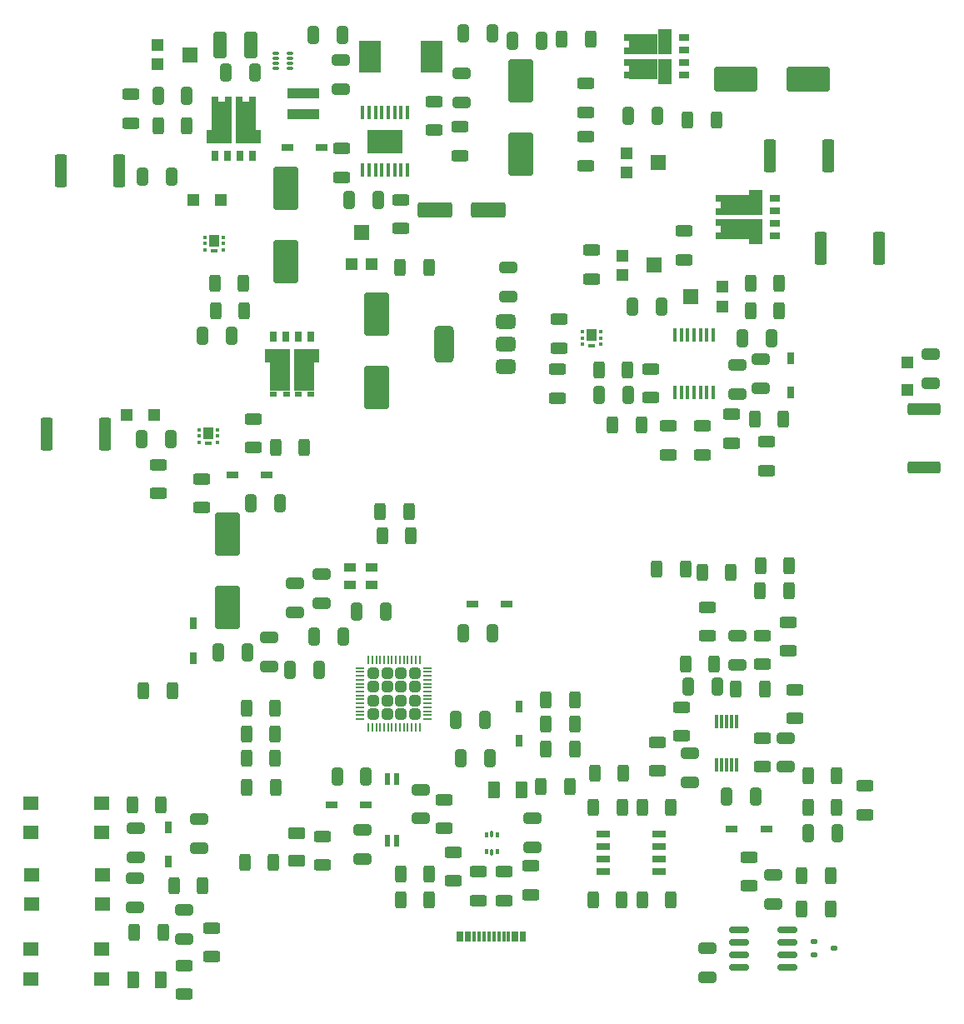
<source format=gbr>
%TF.GenerationSoftware,KiCad,Pcbnew,9.0.0*%
%TF.CreationDate,2025-03-25T01:25:05+01:00*%
%TF.ProjectId,FCCU-v2-schematic-pcb,46434355-2d76-4322-9d73-6368656d6174,rev?*%
%TF.SameCoordinates,Original*%
%TF.FileFunction,Paste,Top*%
%TF.FilePolarity,Positive*%
%FSLAX46Y46*%
G04 Gerber Fmt 4.6, Leading zero omitted, Abs format (unit mm)*
G04 Created by KiCad (PCBNEW 9.0.0) date 2025-03-25 01:25:05*
%MOMM*%
%LPD*%
G01*
G04 APERTURE LIST*
G04 Aperture macros list*
%AMRoundRect*
0 Rectangle with rounded corners*
0 $1 Rounding radius*
0 $2 $3 $4 $5 $6 $7 $8 $9 X,Y pos of 4 corners*
0 Add a 4 corners polygon primitive as box body*
4,1,4,$2,$3,$4,$5,$6,$7,$8,$9,$2,$3,0*
0 Add four circle primitives for the rounded corners*
1,1,$1+$1,$2,$3*
1,1,$1+$1,$4,$5*
1,1,$1+$1,$6,$7*
1,1,$1+$1,$8,$9*
0 Add four rect primitives between the rounded corners*
20,1,$1+$1,$2,$3,$4,$5,0*
20,1,$1+$1,$4,$5,$6,$7,0*
20,1,$1+$1,$6,$7,$8,$9,0*
20,1,$1+$1,$8,$9,$2,$3,0*%
G04 Aperture macros list end*
%ADD10R,1.150000X0.800000*%
%ADD11RoundRect,0.250000X-0.625000X0.312500X-0.625000X-0.312500X0.625000X-0.312500X0.625000X0.312500X0*%
%ADD12RoundRect,0.250000X0.312500X0.625000X-0.312500X0.625000X-0.312500X-0.625000X0.312500X-0.625000X0*%
%ADD13R,0.600000X1.200000*%
%ADD14RoundRect,0.050000X-0.285000X-0.100000X0.285000X-0.100000X0.285000X0.100000X-0.285000X0.100000X0*%
%ADD15RoundRect,0.250000X0.650000X-0.325000X0.650000X0.325000X-0.650000X0.325000X-0.650000X-0.325000X0*%
%ADD16RoundRect,0.250000X-0.312500X-0.625000X0.312500X-0.625000X0.312500X0.625000X-0.312500X0.625000X0*%
%ADD17RoundRect,0.250000X0.412500X1.100000X-0.412500X1.100000X-0.412500X-1.100000X0.412500X-1.100000X0*%
%ADD18RoundRect,0.250000X0.625000X-0.312500X0.625000X0.312500X-0.625000X0.312500X-0.625000X-0.312500X0*%
%ADD19R,1.200000X1.200000*%
%ADD20R,1.500000X1.600000*%
%ADD21RoundRect,0.250000X0.325000X0.650000X-0.325000X0.650000X-0.325000X-0.650000X0.325000X-0.650000X0*%
%ADD22RoundRect,0.250000X-0.325000X-0.650000X0.325000X-0.650000X0.325000X0.650000X-0.325000X0.650000X0*%
%ADD23RoundRect,0.250000X-0.315000X-0.315000X0.315000X-0.315000X0.315000X0.315000X-0.315000X0.315000X0*%
%ADD24RoundRect,0.050000X-0.387500X-0.050000X0.387500X-0.050000X0.387500X0.050000X-0.387500X0.050000X0*%
%ADD25RoundRect,0.050000X-0.050000X-0.387500X0.050000X-0.387500X0.050000X0.387500X-0.050000X0.387500X0*%
%ADD26RoundRect,0.250000X-1.000000X1.950000X-1.000000X-1.950000X1.000000X-1.950000X1.000000X1.950000X0*%
%ADD27RoundRect,0.250000X-0.650000X0.325000X-0.650000X-0.325000X0.650000X-0.325000X0.650000X0.325000X0*%
%ADD28RoundRect,0.250000X-1.500000X-0.550000X1.500000X-0.550000X1.500000X0.550000X-1.500000X0.550000X0*%
%ADD29R,0.750000X1.000000*%
%ADD30R,0.750000X0.560000*%
%ADD31R,2.080000X2.880000*%
%ADD32R,2.575000X1.400000*%
%ADD33RoundRect,0.250000X0.625000X-0.375000X0.625000X0.375000X-0.625000X0.375000X-0.625000X-0.375000X0*%
%ADD34RoundRect,0.250000X0.362500X1.425000X-0.362500X1.425000X-0.362500X-1.425000X0.362500X-1.425000X0*%
%ADD35RoundRect,0.250000X1.000000X-1.950000X1.000000X1.950000X-1.000000X1.950000X-1.000000X-1.950000X0*%
%ADD36R,0.450000X1.475000*%
%ADD37R,1.600000X1.400000*%
%ADD38RoundRect,0.250000X-1.950000X-1.000000X1.950000X-1.000000X1.950000X1.000000X-1.950000X1.000000X0*%
%ADD39R,0.800000X1.150000*%
%ADD40R,2.173999X3.200400*%
%ADD41RoundRect,0.150000X-0.825000X-0.150000X0.825000X-0.150000X0.825000X0.150000X-0.825000X0.150000X0*%
%ADD42R,0.300000X1.400000*%
%ADD43R,0.430000X0.350000*%
%ADD44R,1.100000X1.250000*%
%ADD45R,0.660000X0.350000*%
%ADD46RoundRect,0.250000X0.375000X0.625000X-0.375000X0.625000X-0.375000X-0.625000X0.375000X-0.625000X0*%
%ADD47R,3.550000X2.460000*%
%ADD48R,0.300000X1.100000*%
%ADD49RoundRect,0.250000X-1.425000X0.362500X-1.425000X-0.362500X1.425000X-0.362500X1.425000X0.362500X0*%
%ADD50RoundRect,0.112500X-0.237500X0.112500X-0.237500X-0.112500X0.237500X-0.112500X0.237500X0.112500X0*%
%ADD51R,1.450000X0.700000*%
%ADD52R,1.000000X0.750000*%
%ADD53R,0.560000X0.750000*%
%ADD54R,2.880000X2.080000*%
%ADD55R,1.400000X2.575000*%
%ADD56R,1.200000X0.950000*%
%ADD57R,3.200000X1.100000*%
%ADD58RoundRect,0.093750X0.093750X-0.156250X0.093750X0.156250X-0.093750X0.156250X-0.093750X-0.156250X0*%
%ADD59RoundRect,0.075000X0.075000X-0.250000X0.075000X0.250000X-0.075000X0.250000X-0.075000X-0.250000X0*%
%ADD60R,1.600000X1.500000*%
%ADD61RoundRect,0.375000X0.625000X0.375000X-0.625000X0.375000X-0.625000X-0.375000X0.625000X-0.375000X0*%
%ADD62RoundRect,0.500000X0.500000X1.400000X-0.500000X1.400000X-0.500000X-1.400000X0.500000X-1.400000X0*%
G04 APERTURE END LIST*
D10*
%TO.C,Z5*%
X124750000Y-95250000D03*
X128250000Y-95250000D03*
%TD*%
D11*
%TO.C,R1*%
X145000000Y-104362500D03*
X145000000Y-101437500D03*
%TD*%
D12*
%TO.C,R32*%
X132812500Y-67900000D03*
X129887500Y-67900000D03*
%TD*%
D13*
%TO.C,Y2*%
X130450000Y-92600000D03*
X130450000Y-98900000D03*
X131350000Y-98900000D03*
X131350000Y-92600000D03*
%TD*%
D14*
%TO.C,U2*%
X119060000Y-18850000D03*
X119060000Y-19350000D03*
X119060000Y-19850000D03*
X119060000Y-20350000D03*
X120540000Y-20350000D03*
X120540000Y-19850000D03*
X120540000Y-19350000D03*
X120540000Y-18850000D03*
%TD*%
D15*
%TO.C,C18*%
X109800000Y-108875000D03*
X109800000Y-105925000D03*
%TD*%
D12*
%TO.C,R47*%
X170262500Y-45000000D03*
X167337500Y-45000000D03*
%TD*%
D16*
%TO.C,R46*%
X167337500Y-42200000D03*
X170262500Y-42200000D03*
%TD*%
D17*
%TO.C,C8*%
X116562500Y-18000000D03*
X113437500Y-18000000D03*
%TD*%
D16*
%TO.C,R53*%
X151373750Y-95476250D03*
X154298750Y-95476250D03*
%TD*%
D18*
%TO.C,R48*%
X157200000Y-53862500D03*
X157200000Y-50937500D03*
%TD*%
%TO.C,R3*%
X142300000Y-104962500D03*
X142300000Y-102037500D03*
%TD*%
D12*
%TO.C,R26*%
X119012500Y-88000000D03*
X116087500Y-88000000D03*
%TD*%
D18*
%TO.C,R73*%
X147875000Y-48837500D03*
X147875000Y-45912500D03*
%TD*%
D11*
%TO.C,R25*%
X116825000Y-56012500D03*
X116825000Y-58937500D03*
%TD*%
D19*
%TO.C,RV2*%
X154700000Y-31000000D03*
D20*
X157950000Y-30000000D03*
D19*
X154700000Y-29000000D03*
%TD*%
D16*
%TO.C,R63*%
X156336250Y-95476250D03*
X159261250Y-95476250D03*
%TD*%
D11*
%TO.C,R18*%
X109800000Y-111537500D03*
X109800000Y-114462500D03*
%TD*%
D16*
%TO.C,R57*%
X172537500Y-105800000D03*
X175462500Y-105800000D03*
%TD*%
D11*
%TO.C,R56*%
X169000000Y-58337500D03*
X169000000Y-61262500D03*
%TD*%
D10*
%TO.C,Z6*%
X139050000Y-74800000D03*
X142550000Y-74800000D03*
%TD*%
D15*
%TO.C,C43*%
X166000000Y-53475000D03*
X166000000Y-50525000D03*
%TD*%
D21*
%TO.C,C51*%
X108425000Y-58050000D03*
X105475000Y-58050000D03*
%TD*%
D11*
%TO.C,R44*%
X160600000Y-36937500D03*
X160600000Y-39862500D03*
%TD*%
D21*
%TO.C,C29*%
X119525000Y-64600000D03*
X116575000Y-64600000D03*
%TD*%
D22*
%TO.C,C37*%
X137875000Y-90500000D03*
X140825000Y-90500000D03*
%TD*%
D21*
%TO.C,C7*%
X146075000Y-17600000D03*
X143125000Y-17600000D03*
%TD*%
D23*
%TO.C,U6*%
X129000000Y-81825000D03*
X129000000Y-83225000D03*
X129000000Y-84625000D03*
X129000000Y-86025000D03*
X130400000Y-81825000D03*
X130400000Y-83225000D03*
X130400000Y-84625000D03*
X130400000Y-86025000D03*
X131800000Y-81825000D03*
X131800000Y-83225000D03*
X131800000Y-84625000D03*
X131800000Y-86025000D03*
X133200000Y-81825000D03*
X133200000Y-83225000D03*
X133200000Y-84625000D03*
X133200000Y-86025000D03*
D24*
X127662500Y-81325000D03*
X127662500Y-81725000D03*
X127662500Y-82125000D03*
X127662500Y-82525000D03*
X127662500Y-82925000D03*
X127662500Y-83325000D03*
X127662500Y-83725000D03*
X127662500Y-84125000D03*
X127662500Y-84525000D03*
X127662500Y-84925000D03*
X127662500Y-85325000D03*
X127662500Y-85725000D03*
X127662500Y-86125000D03*
X127662500Y-86525000D03*
D25*
X128500000Y-87362500D03*
X128900000Y-87362500D03*
X129300000Y-87362500D03*
X129700000Y-87362500D03*
X130100000Y-87362500D03*
X130500000Y-87362500D03*
X130900000Y-87362500D03*
X131300000Y-87362500D03*
X131700000Y-87362500D03*
X132100000Y-87362500D03*
X132500000Y-87362500D03*
X132900000Y-87362500D03*
X133300000Y-87362500D03*
X133700000Y-87362500D03*
D24*
X134537500Y-86525000D03*
X134537500Y-86125000D03*
X134537500Y-85725000D03*
X134537500Y-85325000D03*
X134537500Y-84925000D03*
X134537500Y-84525000D03*
X134537500Y-84125000D03*
X134537500Y-83725000D03*
X134537500Y-83325000D03*
X134537500Y-82925000D03*
X134537500Y-82525000D03*
X134537500Y-82125000D03*
X134537500Y-81725000D03*
X134537500Y-81325000D03*
D25*
X133700000Y-80487500D03*
X133300000Y-80487500D03*
X132900000Y-80487500D03*
X132500000Y-80487500D03*
X132100000Y-80487500D03*
X131700000Y-80487500D03*
X131300000Y-80487500D03*
X130900000Y-80487500D03*
X130500000Y-80487500D03*
X130100000Y-80487500D03*
X129700000Y-80487500D03*
X129300000Y-80487500D03*
X128900000Y-80487500D03*
X128500000Y-80487500D03*
%TD*%
D18*
%TO.C,R81*%
X157900000Y-91787500D03*
X157900000Y-88862500D03*
%TD*%
D10*
%TO.C,Z1*%
X120250000Y-28400000D03*
X123750000Y-28400000D03*
%TD*%
D26*
%TO.C,C9*%
X144000000Y-21700000D03*
X144000000Y-29100000D03*
%TD*%
D12*
%TO.C,R61*%
X118862500Y-101100000D03*
X115937500Y-101100000D03*
%TD*%
D27*
%TO.C,C21*%
X133800000Y-93675000D03*
X133800000Y-96625000D03*
%TD*%
D21*
%TO.C,C35*%
X128275000Y-92400000D03*
X125325000Y-92400000D03*
%TD*%
D11*
%TO.C,R31*%
X137100000Y-100037500D03*
X137100000Y-102962500D03*
%TD*%
%TO.C,R66*%
X178925000Y-93287500D03*
X178925000Y-96212500D03*
%TD*%
D16*
%TO.C,R64*%
X156336250Y-104901250D03*
X159261250Y-104901250D03*
%TD*%
%TO.C,R12*%
X131737500Y-40600000D03*
X134662500Y-40600000D03*
%TD*%
D22*
%TO.C,C40*%
X155325000Y-44600000D03*
X158275000Y-44600000D03*
%TD*%
D16*
%TO.C,R39*%
X146537500Y-87000000D03*
X149462500Y-87000000D03*
%TD*%
D12*
%TO.C,R85*%
X163662500Y-80925000D03*
X160737500Y-80925000D03*
%TD*%
D19*
%TO.C,RV5*%
X164500000Y-42600000D03*
D20*
X161250000Y-43600000D03*
D19*
X164500000Y-44600000D03*
%TD*%
D27*
%TO.C,C1*%
X138000000Y-20925000D03*
X138000000Y-23875000D03*
%TD*%
D28*
%TO.C,C4*%
X135300000Y-34800000D03*
X140700000Y-34800000D03*
%TD*%
D16*
%TO.C,R16*%
X107137500Y-26200000D03*
X110062500Y-26200000D03*
%TD*%
D19*
%TO.C,D10*%
X113520000Y-33750000D03*
X110720000Y-33750000D03*
%TD*%
D29*
%TO.C,D5*%
X122670000Y-47650000D03*
X121400000Y-47650000D03*
X120130000Y-47650000D03*
X118860000Y-47650000D03*
D30*
X118860000Y-53460000D03*
X120190000Y-53460000D03*
D31*
X119525000Y-51740000D03*
D32*
X119277000Y-49600000D03*
D30*
X121340000Y-53460000D03*
X122670000Y-53460000D03*
D32*
X122253000Y-49600000D03*
D31*
X122005000Y-51740000D03*
%TD*%
D33*
%TO.C,D7*%
X121250000Y-100900000D03*
X121250000Y-98100000D03*
%TD*%
D27*
%TO.C,C24*%
X127900000Y-97775000D03*
X127900000Y-100725000D03*
%TD*%
D18*
%TO.C,R11*%
X131800000Y-36662500D03*
X131800000Y-33737500D03*
%TD*%
D12*
%TO.C,R27*%
X119062500Y-93450000D03*
X116137500Y-93450000D03*
%TD*%
%TO.C,R40*%
X160712500Y-71250000D03*
X157787500Y-71250000D03*
%TD*%
%TO.C,R4*%
X134712500Y-104900000D03*
X131787500Y-104900000D03*
%TD*%
D11*
%TO.C,R17*%
X104400000Y-23037500D03*
X104400000Y-25962500D03*
%TD*%
D15*
%TO.C,C33*%
X121050000Y-75675000D03*
X121050000Y-72725000D03*
%TD*%
D34*
%TO.C,R78*%
X101762500Y-57525000D03*
X95837500Y-57525000D03*
%TD*%
D27*
%TO.C,C31*%
X118400000Y-78225000D03*
X118400000Y-81175000D03*
%TD*%
%TO.C,C25*%
X111325000Y-96650000D03*
X111325000Y-99600000D03*
%TD*%
D12*
%TO.C,R50*%
X154862500Y-51000000D03*
X151937500Y-51000000D03*
%TD*%
D16*
%TO.C,R23*%
X119087500Y-58900000D03*
X122012500Y-58900000D03*
%TD*%
D11*
%TO.C,R15*%
X150600000Y-27337500D03*
X150600000Y-30262500D03*
%TD*%
%TO.C,R75*%
X111550000Y-62112500D03*
X111550000Y-65037500D03*
%TD*%
D16*
%TO.C,R71*%
X112987500Y-45000000D03*
X115912500Y-45000000D03*
%TD*%
%TO.C,R51*%
X172537500Y-102400000D03*
X175462500Y-102400000D03*
%TD*%
D35*
%TO.C,C15*%
X129350000Y-52800000D03*
X129350000Y-45400000D03*
%TD*%
D36*
%TO.C,IC2*%
X159650000Y-53338000D03*
X160300000Y-53338000D03*
X160950000Y-53338000D03*
X161600000Y-53338000D03*
X162250000Y-53338000D03*
X162900000Y-53338000D03*
X163550000Y-53338000D03*
X163550000Y-47462000D03*
X162900000Y-47462000D03*
X162250000Y-47462000D03*
X161600000Y-47462000D03*
X160950000Y-47462000D03*
X160300000Y-47462000D03*
X159650000Y-47462000D03*
%TD*%
D37*
%TO.C,BOOT*%
X94250000Y-105350000D03*
X101450000Y-105350000D03*
X94250000Y-102350000D03*
X101450000Y-102350000D03*
%TD*%
D11*
%TO.C,R69*%
X168500000Y-88437500D03*
X168500000Y-91362500D03*
%TD*%
D12*
%TO.C,R21*%
X111662500Y-103450000D03*
X108737500Y-103450000D03*
%TD*%
%TO.C,R9*%
X163862500Y-25600000D03*
X160937500Y-25600000D03*
%TD*%
D38*
%TO.C,C2*%
X165800000Y-21500000D03*
X173200000Y-21500000D03*
%TD*%
D34*
%TO.C,R77*%
X103162500Y-30800000D03*
X97237500Y-30800000D03*
%TD*%
D39*
%TO.C,Z2*%
X110700000Y-76800000D03*
X110700000Y-80300000D03*
%TD*%
D11*
%TO.C,R68*%
X171875000Y-83537500D03*
X171875000Y-86462500D03*
%TD*%
D10*
%TO.C,Z9*%
X165425000Y-97650000D03*
X168925000Y-97650000D03*
%TD*%
D18*
%TO.C,R49*%
X165400000Y-58462500D03*
X165400000Y-55537500D03*
%TD*%
D12*
%TO.C,R67*%
X176087500Y-95475000D03*
X173162500Y-95475000D03*
%TD*%
%TO.C,R82*%
X168762500Y-83500000D03*
X165837500Y-83500000D03*
%TD*%
D40*
%TO.C,D1*%
X128698998Y-19200000D03*
X134953002Y-19200000D03*
%TD*%
D41*
%TO.C,U7*%
X166125000Y-107895000D03*
X166125000Y-109165000D03*
X166125000Y-110435000D03*
X166125000Y-111705000D03*
X171075000Y-111705000D03*
X171075000Y-110435000D03*
X171075000Y-109165000D03*
X171075000Y-107895000D03*
%TD*%
D21*
%TO.C,C34*%
X125975000Y-78150000D03*
X123025000Y-78150000D03*
%TD*%
D42*
%TO.C,IC4*%
X163875000Y-91200000D03*
X164375000Y-91200000D03*
X164875000Y-91200000D03*
X165375000Y-91200000D03*
X165875000Y-91200000D03*
X165875000Y-86800000D03*
X165375000Y-86800000D03*
X164875000Y-86800000D03*
X164375000Y-86800000D03*
X163875000Y-86800000D03*
%TD*%
D11*
%TO.C,R72*%
X107125000Y-60662500D03*
X107125000Y-63587500D03*
%TD*%
D22*
%TO.C,C10*%
X122925000Y-17000000D03*
X125875000Y-17000000D03*
%TD*%
D15*
%TO.C,C20*%
X123750000Y-74725000D03*
X123750000Y-71775000D03*
%TD*%
D35*
%TO.C,C28*%
X114200000Y-75150000D03*
X114200000Y-67750000D03*
%TD*%
D11*
%TO.C,R7*%
X135200000Y-23737500D03*
X135200000Y-26662500D03*
%TD*%
D43*
%TO.C,Q3*%
X150265000Y-47150000D03*
X150265000Y-47800000D03*
D44*
X151200000Y-47515000D03*
D43*
X152135000Y-47150000D03*
X152135000Y-47800000D03*
X150265000Y-48450000D03*
D45*
X151200000Y-48575000D03*
D43*
X152135000Y-48450000D03*
%TD*%
D12*
%TO.C,R13*%
X151062500Y-17400000D03*
X148137500Y-17400000D03*
%TD*%
%TO.C,R36*%
X171237500Y-73500000D03*
X168312500Y-73500000D03*
%TD*%
D27*
%TO.C,C47*%
X170875000Y-88425000D03*
X170875000Y-91375000D03*
%TD*%
D22*
%TO.C,C38*%
X137375000Y-86600000D03*
X140325000Y-86600000D03*
%TD*%
D18*
%TO.C,R70*%
X167150000Y-103487500D03*
X167150000Y-100562500D03*
%TD*%
D46*
%TO.C,D8*%
X144100000Y-93700000D03*
X141300000Y-93700000D03*
%TD*%
D16*
%TO.C,R33*%
X129712500Y-65425000D03*
X132637500Y-65425000D03*
%TD*%
%TO.C,R19*%
X104737500Y-108200000D03*
X107662500Y-108200000D03*
%TD*%
D37*
%TO.C,RESET*%
X94200000Y-98050000D03*
X101400000Y-98050000D03*
X94200000Y-95050000D03*
X101400000Y-95050000D03*
%TD*%
D12*
%TO.C,R60*%
X156262500Y-56600000D03*
X153337500Y-56600000D03*
%TD*%
D39*
%TO.C,Z7*%
X143800000Y-85250000D03*
X143800000Y-88750000D03*
%TD*%
D18*
%TO.C,R65*%
X112600000Y-110662500D03*
X112600000Y-107737500D03*
%TD*%
D27*
%TO.C,C27*%
X104775000Y-102700000D03*
X104775000Y-105650000D03*
%TD*%
D22*
%TO.C,C55*%
X111625000Y-47600000D03*
X114575000Y-47600000D03*
%TD*%
D12*
%TO.C,R55*%
X170662500Y-56000000D03*
X167737500Y-56000000D03*
%TD*%
D21*
%TO.C,C32*%
X123475000Y-81550000D03*
X120525000Y-81550000D03*
%TD*%
D11*
%TO.C,R76*%
X147725000Y-50962500D03*
X147725000Y-53887500D03*
%TD*%
%TO.C,R20*%
X136200000Y-94687500D03*
X136200000Y-97612500D03*
%TD*%
D19*
%TO.C,D11*%
X103955000Y-55600000D03*
X106755000Y-55600000D03*
%TD*%
D34*
%TO.C,R5*%
X175212500Y-29250000D03*
X169287500Y-29250000D03*
%TD*%
D36*
%TO.C,IC1*%
X132475000Y-24862000D03*
X131825000Y-24862000D03*
X131175000Y-24862000D03*
X130525000Y-24862000D03*
X129875000Y-24862000D03*
X129225000Y-24862000D03*
X128575000Y-24862000D03*
X127925000Y-24862000D03*
X127925000Y-30738000D03*
X128575000Y-30738000D03*
X129225000Y-30738000D03*
X129875000Y-30738000D03*
X130525000Y-30738000D03*
X131175000Y-30738000D03*
X131825000Y-30738000D03*
X132475000Y-30738000D03*
D47*
X130200000Y-27800000D03*
%TD*%
D34*
%TO.C,R6*%
X180362500Y-38650000D03*
X174437500Y-38650000D03*
%TD*%
D16*
%TO.C,R38*%
X146537500Y-89600000D03*
X149462500Y-89600000D03*
%TD*%
D18*
%TO.C,R10*%
X125800000Y-31462500D03*
X125800000Y-28537500D03*
%TD*%
D48*
%TO.C,P1*%
X137650000Y-108650000D03*
X138450000Y-108650000D03*
X139750000Y-108650000D03*
X140750000Y-108650000D03*
X141250000Y-108650000D03*
X142250000Y-108650000D03*
X143550000Y-108650000D03*
X144350000Y-108650000D03*
X144050000Y-108650000D03*
X143250000Y-108650000D03*
X142750000Y-108650000D03*
X141750000Y-108650000D03*
X140250000Y-108650000D03*
X139250000Y-108650000D03*
X138750000Y-108650000D03*
X137950000Y-108650000D03*
%TD*%
D22*
%TO.C,C49*%
X164900000Y-94425000D03*
X167850000Y-94425000D03*
%TD*%
%TO.C,C36*%
X138125000Y-77800000D03*
X141075000Y-77800000D03*
%TD*%
D49*
%TO.C,R79*%
X185000000Y-55037500D03*
X185000000Y-60962500D03*
%TD*%
D15*
%TO.C,C23*%
X145200000Y-99575000D03*
X145200000Y-96625000D03*
%TD*%
D50*
%TO.C,D6*%
X173800000Y-109150000D03*
X173800000Y-110450000D03*
X175800000Y-109800000D03*
%TD*%
D12*
%TO.C,R34*%
X171287500Y-70925000D03*
X168362500Y-70925000D03*
%TD*%
D22*
%TO.C,C17*%
X127325000Y-75575000D03*
X130275000Y-75575000D03*
%TD*%
D12*
%TO.C,R28*%
X119012500Y-85400000D03*
X116087500Y-85400000D03*
%TD*%
D16*
%TO.C,R74*%
X112887500Y-42250000D03*
X115812500Y-42250000D03*
%TD*%
D37*
%TO.C,TEST*%
X94200000Y-112900000D03*
X101400000Y-112900000D03*
X94200000Y-109900000D03*
X101400000Y-109900000D03*
%TD*%
D39*
%TO.C,Z8*%
X171400000Y-53350000D03*
X171400000Y-49850000D03*
%TD*%
D51*
%TO.C,IC3*%
X152398750Y-98196250D03*
X152398750Y-99466250D03*
X152398750Y-100736250D03*
X152398750Y-102006250D03*
X157998750Y-102006250D03*
X157998750Y-100736250D03*
X157998750Y-99466250D03*
X157998750Y-98196250D03*
%TD*%
D27*
%TO.C,C42*%
X162950000Y-109825000D03*
X162950000Y-112775000D03*
%TD*%
D21*
%TO.C,C50*%
X108475000Y-31400000D03*
X105525000Y-31400000D03*
%TD*%
D52*
%TO.C,D3*%
X160547500Y-21105500D03*
X160547500Y-19835500D03*
X160547500Y-18565500D03*
X160547500Y-17295500D03*
D53*
X154737500Y-17295500D03*
X154737500Y-18625500D03*
D54*
X156457500Y-17960500D03*
D55*
X158597500Y-17712500D03*
D53*
X154737500Y-19775500D03*
X154737500Y-21105500D03*
D55*
X158597500Y-20688500D03*
D54*
X156457500Y-20440500D03*
%TD*%
D43*
%TO.C,Q2*%
X111290000Y-57100000D03*
X111290000Y-57750000D03*
D44*
X112225000Y-57465000D03*
D43*
X113160000Y-57100000D03*
X113160000Y-57750000D03*
X111290000Y-58400000D03*
D45*
X112225000Y-58525000D03*
D43*
X113160000Y-58400000D03*
%TD*%
D56*
%TO.C,Y1*%
X128850000Y-71125000D03*
X126650000Y-71125000D03*
X126650000Y-72875000D03*
X128850000Y-72875000D03*
%TD*%
D19*
%TO.C,RV3*%
X107100000Y-18000000D03*
D20*
X110350000Y-19000000D03*
D19*
X107100000Y-20000000D03*
%TD*%
D21*
%TO.C,C5*%
X129475000Y-33800000D03*
X126525000Y-33800000D03*
%TD*%
D27*
%TO.C,C52*%
X185675000Y-49450000D03*
X185675000Y-52400000D03*
%TD*%
D22*
%TO.C,C44*%
X151925000Y-53600000D03*
X154875000Y-53600000D03*
%TD*%
D57*
%TO.C,L2*%
X121850000Y-22950000D03*
X121850000Y-25050000D03*
%TD*%
D16*
%TO.C,R24*%
X105637500Y-83650000D03*
X108562500Y-83650000D03*
%TD*%
D27*
%TO.C,C45*%
X169600000Y-102325000D03*
X169600000Y-105275000D03*
%TD*%
D16*
%TO.C,R86*%
X131787500Y-102300000D03*
X134712500Y-102300000D03*
%TD*%
D52*
%TO.C,D2*%
X169847500Y-37405500D03*
X169847500Y-36135500D03*
X169847500Y-34865500D03*
X169847500Y-33595500D03*
D53*
X164037500Y-33595500D03*
X164037500Y-34925500D03*
D54*
X165757500Y-34260500D03*
D55*
X167897500Y-34012500D03*
D53*
X164037500Y-36075500D03*
X164037500Y-37405500D03*
D55*
X167897500Y-36988500D03*
D54*
X165757500Y-36740500D03*
%TD*%
D26*
%TO.C,C16*%
X120150000Y-32600000D03*
X120150000Y-40000000D03*
%TD*%
D18*
%TO.C,R14*%
X150600000Y-24862500D03*
X150600000Y-21937500D03*
%TD*%
D19*
%TO.C,RV4*%
X154300000Y-39400000D03*
D20*
X157550000Y-40400000D03*
D19*
X154300000Y-41400000D03*
%TD*%
D43*
%TO.C,Q1*%
X111865000Y-37550000D03*
X111865000Y-38200000D03*
D44*
X112800000Y-37915000D03*
D43*
X113735000Y-37550000D03*
X113735000Y-38200000D03*
X111865000Y-38850000D03*
D45*
X112800000Y-38975000D03*
D43*
X113735000Y-38850000D03*
%TD*%
D18*
%TO.C,R2*%
X139650000Y-104962500D03*
X139650000Y-102037500D03*
%TD*%
D16*
%TO.C,R54*%
X151336250Y-104901250D03*
X154261250Y-104901250D03*
%TD*%
%TO.C,R43*%
X146537500Y-84600000D03*
X149462500Y-84600000D03*
%TD*%
D10*
%TO.C,Z3*%
X118200000Y-61700000D03*
X114700000Y-61700000D03*
%TD*%
D27*
%TO.C,C26*%
X104875000Y-97625000D03*
X104875000Y-100575000D03*
%TD*%
D58*
%TO.C,U5*%
X140512500Y-99950000D03*
D59*
X141050000Y-100025000D03*
D58*
X141587500Y-99950000D03*
X141587500Y-98250000D03*
D59*
X141050000Y-98175000D03*
D58*
X140512500Y-98250000D03*
%TD*%
D16*
%TO.C,R42*%
X151487500Y-92000000D03*
X154412500Y-92000000D03*
%TD*%
D11*
%TO.C,R8*%
X137800000Y-26337500D03*
X137800000Y-29262500D03*
%TD*%
D18*
%TO.C,R45*%
X151150000Y-41787500D03*
X151150000Y-38862500D03*
%TD*%
D29*
%TO.C,D4*%
X112894500Y-29305000D03*
X114164500Y-29305000D03*
X115434500Y-29305000D03*
X116704500Y-29305000D03*
D30*
X116704500Y-23495000D03*
X115374500Y-23495000D03*
D31*
X116039500Y-25215000D03*
D32*
X116287500Y-27355000D03*
X113311500Y-27355000D03*
D31*
X113559500Y-25215000D03*
D30*
X114224500Y-23495000D03*
X112894500Y-23495000D03*
%TD*%
D15*
%TO.C,C39*%
X168400000Y-52875000D03*
X168400000Y-49925000D03*
%TD*%
D22*
%TO.C,C6*%
X138125000Y-16800000D03*
X141075000Y-16800000D03*
%TD*%
D16*
%TO.C,R37*%
X162412500Y-71600000D03*
X165337500Y-71600000D03*
%TD*%
D19*
%TO.C,RV1*%
X126800000Y-40300000D03*
D60*
X127800000Y-37050000D03*
D19*
X128800000Y-40300000D03*
%TD*%
D16*
%TO.C,R22*%
X104487500Y-95275000D03*
X107412500Y-95275000D03*
%TD*%
D22*
%TO.C,C14*%
X107125000Y-23200000D03*
X110075000Y-23200000D03*
%TD*%
D12*
%TO.C,R29*%
X119012500Y-90500000D03*
X116087500Y-90500000D03*
%TD*%
D18*
%TO.C,R83*%
X168525000Y-80937500D03*
X168525000Y-78012500D03*
%TD*%
D27*
%TO.C,C12*%
X125700000Y-19525000D03*
X125700000Y-22475000D03*
%TD*%
D21*
%TO.C,C30*%
X116225000Y-79750000D03*
X113275000Y-79750000D03*
%TD*%
D11*
%TO.C,R41*%
X162925000Y-75162500D03*
X162925000Y-78087500D03*
%TD*%
%TO.C,R30*%
X123850000Y-98437500D03*
X123850000Y-101362500D03*
%TD*%
D21*
%TO.C,C46*%
X176175000Y-98075000D03*
X173225000Y-98075000D03*
%TD*%
D61*
%TO.C,U3*%
X142500000Y-50700000D03*
X142500000Y-48400000D03*
D62*
X136200000Y-48400000D03*
D61*
X142500000Y-46100000D03*
%TD*%
D16*
%TO.C,R62*%
X146037500Y-93350000D03*
X148962500Y-93350000D03*
%TD*%
D12*
%TO.C,R35*%
X176087500Y-92250000D03*
X173162500Y-92250000D03*
%TD*%
D22*
%TO.C,C3*%
X154925000Y-25200000D03*
X157875000Y-25200000D03*
%TD*%
D15*
%TO.C,C13*%
X142750000Y-43575000D03*
X142750000Y-40625000D03*
%TD*%
D18*
%TO.C,R59*%
X159000000Y-59662500D03*
X159000000Y-56737500D03*
%TD*%
D46*
%TO.C,D9*%
X107400000Y-113000000D03*
X104600000Y-113000000D03*
%TD*%
D18*
%TO.C,R58*%
X162400000Y-59662500D03*
X162400000Y-56737500D03*
%TD*%
D39*
%TO.C,Z4*%
X108150000Y-97525000D03*
X108150000Y-101025000D03*
%TD*%
D15*
%TO.C,C53*%
X165975000Y-80975000D03*
X165975000Y-78025000D03*
%TD*%
D21*
%TO.C,C54*%
X163950000Y-83250000D03*
X161000000Y-83250000D03*
%TD*%
%TO.C,C11*%
X116975000Y-20800000D03*
X114025000Y-20800000D03*
%TD*%
D18*
%TO.C,R80*%
X160350000Y-88237500D03*
X160350000Y-85312500D03*
%TD*%
D21*
%TO.C,C41*%
X169475000Y-47800000D03*
X166525000Y-47800000D03*
%TD*%
D11*
%TO.C,R84*%
X171175000Y-76687500D03*
X171175000Y-79612500D03*
%TD*%
D27*
%TO.C,C48*%
X161200000Y-89975000D03*
X161200000Y-92925000D03*
%TD*%
D19*
%TO.C,D12*%
X183275000Y-53070000D03*
X183275000Y-50270000D03*
%TD*%
M02*

</source>
